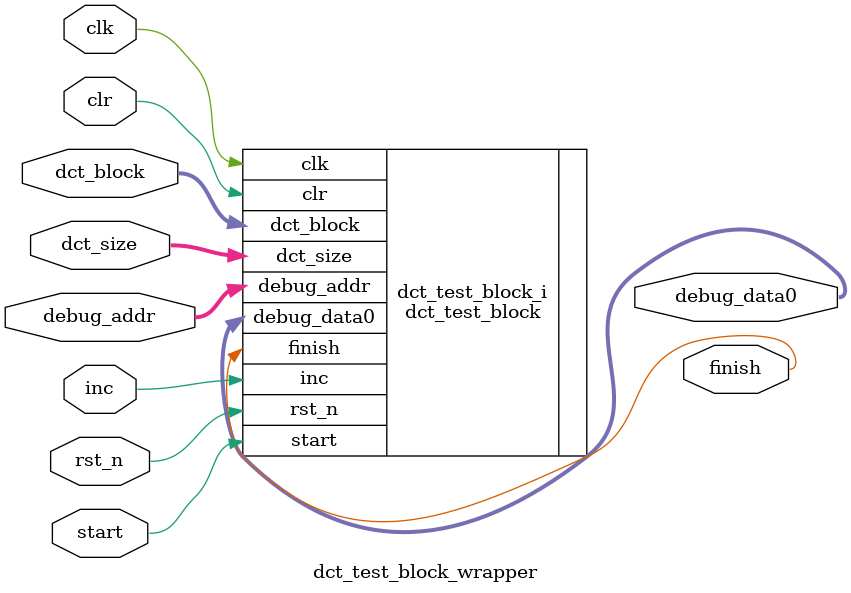
<source format=v>
`timescale 1 ps / 1 ps

module dct_test_block_wrapper
   (clk,
    clr,
    dct_block,
    dct_size,
    debug_addr,
    debug_data0,
    finish,
    inc,
    rst_n,
    start);
  input clk;
  input clr;
  input [15:0]dct_block;
  input [15:0]dct_size;
  input [31:0]debug_addr;
  output [31:0]debug_data0;
  output finish;
  input inc;
  input rst_n;
  input start;

  wire clk;
  wire clr;
  wire [15:0]dct_block;
  wire [15:0]dct_size;
  wire [31:0]debug_addr;
  wire [31:0]debug_data0;
  wire finish;
  wire inc;
  wire rst_n;
  wire start;

  dct_test_block dct_test_block_i
       (.clk(clk),
        .clr(clr),
        .dct_block(dct_block),
        .dct_size(dct_size),
        .debug_addr(debug_addr),
        .debug_data0(debug_data0),
        .finish(finish),
        .inc(inc),
        .rst_n(rst_n),
        .start(start));
endmodule

</source>
